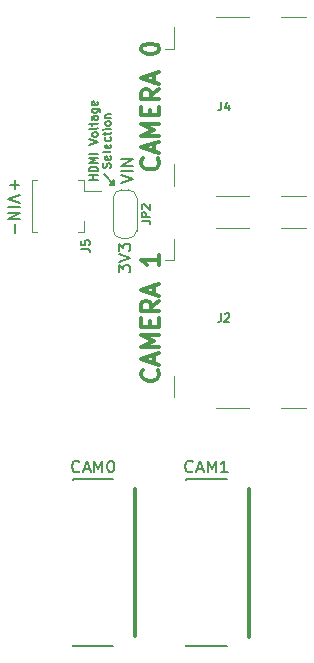
<source format=gbr>
G04 #@! TF.GenerationSoftware,KiCad,Pcbnew,8.0.4*
G04 #@! TF.CreationDate,2025-01-13T22:16:17-08:00*
G04 #@! TF.ProjectId,CSI_HDMI_Passthrough_receiver_noRetimer,4353495f-4844-44d4-995f-506173737468,rev?*
G04 #@! TF.SameCoordinates,Original*
G04 #@! TF.FileFunction,Legend,Top*
G04 #@! TF.FilePolarity,Positive*
%FSLAX46Y46*%
G04 Gerber Fmt 4.6, Leading zero omitted, Abs format (unit mm)*
G04 Created by KiCad (PCBNEW 8.0.4) date 2025-01-13 22:16:17*
%MOMM*%
%LPD*%
G01*
G04 APERTURE LIST*
%ADD10C,0.200000*%
%ADD11C,0.150000*%
%ADD12C,0.300000*%
%ADD13C,0.120000*%
G04 APERTURE END LIST*
D10*
X162133333Y-115371980D02*
X162085714Y-115419600D01*
X162085714Y-115419600D02*
X161942857Y-115467219D01*
X161942857Y-115467219D02*
X161847619Y-115467219D01*
X161847619Y-115467219D02*
X161704762Y-115419600D01*
X161704762Y-115419600D02*
X161609524Y-115324361D01*
X161609524Y-115324361D02*
X161561905Y-115229123D01*
X161561905Y-115229123D02*
X161514286Y-115038647D01*
X161514286Y-115038647D02*
X161514286Y-114895790D01*
X161514286Y-114895790D02*
X161561905Y-114705314D01*
X161561905Y-114705314D02*
X161609524Y-114610076D01*
X161609524Y-114610076D02*
X161704762Y-114514838D01*
X161704762Y-114514838D02*
X161847619Y-114467219D01*
X161847619Y-114467219D02*
X161942857Y-114467219D01*
X161942857Y-114467219D02*
X162085714Y-114514838D01*
X162085714Y-114514838D02*
X162133333Y-114562457D01*
X162514286Y-115181504D02*
X162990476Y-115181504D01*
X162419048Y-115467219D02*
X162752381Y-114467219D01*
X162752381Y-114467219D02*
X163085714Y-115467219D01*
X163419048Y-115467219D02*
X163419048Y-114467219D01*
X163419048Y-114467219D02*
X163752381Y-115181504D01*
X163752381Y-115181504D02*
X164085714Y-114467219D01*
X164085714Y-114467219D02*
X164085714Y-115467219D01*
X165085714Y-115467219D02*
X164514286Y-115467219D01*
X164800000Y-115467219D02*
X164800000Y-114467219D01*
X164800000Y-114467219D02*
X164704762Y-114610076D01*
X164704762Y-114610076D02*
X164609524Y-114705314D01*
X164609524Y-114705314D02*
X164514286Y-114752933D01*
X152533333Y-115371980D02*
X152485714Y-115419600D01*
X152485714Y-115419600D02*
X152342857Y-115467219D01*
X152342857Y-115467219D02*
X152247619Y-115467219D01*
X152247619Y-115467219D02*
X152104762Y-115419600D01*
X152104762Y-115419600D02*
X152009524Y-115324361D01*
X152009524Y-115324361D02*
X151961905Y-115229123D01*
X151961905Y-115229123D02*
X151914286Y-115038647D01*
X151914286Y-115038647D02*
X151914286Y-114895790D01*
X151914286Y-114895790D02*
X151961905Y-114705314D01*
X151961905Y-114705314D02*
X152009524Y-114610076D01*
X152009524Y-114610076D02*
X152104762Y-114514838D01*
X152104762Y-114514838D02*
X152247619Y-114467219D01*
X152247619Y-114467219D02*
X152342857Y-114467219D01*
X152342857Y-114467219D02*
X152485714Y-114514838D01*
X152485714Y-114514838D02*
X152533333Y-114562457D01*
X152914286Y-115181504D02*
X153390476Y-115181504D01*
X152819048Y-115467219D02*
X153152381Y-114467219D01*
X153152381Y-114467219D02*
X153485714Y-115467219D01*
X153819048Y-115467219D02*
X153819048Y-114467219D01*
X153819048Y-114467219D02*
X154152381Y-115181504D01*
X154152381Y-115181504D02*
X154485714Y-114467219D01*
X154485714Y-114467219D02*
X154485714Y-115467219D01*
X155152381Y-114467219D02*
X155247619Y-114467219D01*
X155247619Y-114467219D02*
X155342857Y-114514838D01*
X155342857Y-114514838D02*
X155390476Y-114562457D01*
X155390476Y-114562457D02*
X155438095Y-114657695D01*
X155438095Y-114657695D02*
X155485714Y-114848171D01*
X155485714Y-114848171D02*
X155485714Y-115086266D01*
X155485714Y-115086266D02*
X155438095Y-115276742D01*
X155438095Y-115276742D02*
X155390476Y-115371980D01*
X155390476Y-115371980D02*
X155342857Y-115419600D01*
X155342857Y-115419600D02*
X155247619Y-115467219D01*
X155247619Y-115467219D02*
X155152381Y-115467219D01*
X155152381Y-115467219D02*
X155057143Y-115419600D01*
X155057143Y-115419600D02*
X155009524Y-115371980D01*
X155009524Y-115371980D02*
X154961905Y-115276742D01*
X154961905Y-115276742D02*
X154914286Y-115086266D01*
X154914286Y-115086266D02*
X154914286Y-114848171D01*
X154914286Y-114848171D02*
X154961905Y-114657695D01*
X154961905Y-114657695D02*
X155009524Y-114562457D01*
X155009524Y-114562457D02*
X155057143Y-114514838D01*
X155057143Y-114514838D02*
X155152381Y-114467219D01*
D11*
X147530180Y-92004762D02*
X146530180Y-92338095D01*
X146530180Y-92338095D02*
X147530180Y-92671428D01*
X146530180Y-93004762D02*
X147530180Y-93004762D01*
X146530180Y-93480952D02*
X147530180Y-93480952D01*
X147530180Y-93480952D02*
X146530180Y-94052380D01*
X146530180Y-94052380D02*
X147530180Y-94052380D01*
X155125000Y-91100000D02*
X155475000Y-91100000D01*
X155475000Y-90750000D02*
X155125000Y-91100000D01*
X155475000Y-91100000D02*
X155475000Y-90750000D01*
X154650000Y-90250000D02*
X155475000Y-91100000D01*
D12*
X157250000Y-116850000D02*
X157250000Y-129350000D01*
X166900000Y-116850000D02*
X166900000Y-129400000D01*
D11*
X147088866Y-95213220D02*
X147088866Y-94451316D01*
X147088866Y-91513220D02*
X147088866Y-90751316D01*
X147469819Y-91132268D02*
X146707914Y-91132268D01*
D12*
X159157971Y-88892856D02*
X159229400Y-88964284D01*
X159229400Y-88964284D02*
X159300828Y-89178570D01*
X159300828Y-89178570D02*
X159300828Y-89321427D01*
X159300828Y-89321427D02*
X159229400Y-89535713D01*
X159229400Y-89535713D02*
X159086542Y-89678570D01*
X159086542Y-89678570D02*
X158943685Y-89749999D01*
X158943685Y-89749999D02*
X158657971Y-89821427D01*
X158657971Y-89821427D02*
X158443685Y-89821427D01*
X158443685Y-89821427D02*
X158157971Y-89749999D01*
X158157971Y-89749999D02*
X158015114Y-89678570D01*
X158015114Y-89678570D02*
X157872257Y-89535713D01*
X157872257Y-89535713D02*
X157800828Y-89321427D01*
X157800828Y-89321427D02*
X157800828Y-89178570D01*
X157800828Y-89178570D02*
X157872257Y-88964284D01*
X157872257Y-88964284D02*
X157943685Y-88892856D01*
X158872257Y-88321427D02*
X158872257Y-87607142D01*
X159300828Y-88464284D02*
X157800828Y-87964284D01*
X157800828Y-87964284D02*
X159300828Y-87464284D01*
X159300828Y-86964285D02*
X157800828Y-86964285D01*
X157800828Y-86964285D02*
X158872257Y-86464285D01*
X158872257Y-86464285D02*
X157800828Y-85964285D01*
X157800828Y-85964285D02*
X159300828Y-85964285D01*
X158515114Y-85249999D02*
X158515114Y-84749999D01*
X159300828Y-84535713D02*
X159300828Y-85249999D01*
X159300828Y-85249999D02*
X157800828Y-85249999D01*
X157800828Y-85249999D02*
X157800828Y-84535713D01*
X159300828Y-83035713D02*
X158586542Y-83535713D01*
X159300828Y-83892856D02*
X157800828Y-83892856D01*
X157800828Y-83892856D02*
X157800828Y-83321427D01*
X157800828Y-83321427D02*
X157872257Y-83178570D01*
X157872257Y-83178570D02*
X157943685Y-83107141D01*
X157943685Y-83107141D02*
X158086542Y-83035713D01*
X158086542Y-83035713D02*
X158300828Y-83035713D01*
X158300828Y-83035713D02*
X158443685Y-83107141D01*
X158443685Y-83107141D02*
X158515114Y-83178570D01*
X158515114Y-83178570D02*
X158586542Y-83321427D01*
X158586542Y-83321427D02*
X158586542Y-83892856D01*
X158872257Y-82464284D02*
X158872257Y-81749999D01*
X159300828Y-82607141D02*
X157800828Y-82107141D01*
X157800828Y-82107141D02*
X159300828Y-81607141D01*
X157800828Y-79678570D02*
X157800828Y-79535713D01*
X157800828Y-79535713D02*
X157872257Y-79392856D01*
X157872257Y-79392856D02*
X157943685Y-79321428D01*
X157943685Y-79321428D02*
X158086542Y-79249999D01*
X158086542Y-79249999D02*
X158372257Y-79178570D01*
X158372257Y-79178570D02*
X158729400Y-79178570D01*
X158729400Y-79178570D02*
X159015114Y-79249999D01*
X159015114Y-79249999D02*
X159157971Y-79321428D01*
X159157971Y-79321428D02*
X159229400Y-79392856D01*
X159229400Y-79392856D02*
X159300828Y-79535713D01*
X159300828Y-79535713D02*
X159300828Y-79678570D01*
X159300828Y-79678570D02*
X159229400Y-79821428D01*
X159229400Y-79821428D02*
X159157971Y-79892856D01*
X159157971Y-79892856D02*
X159015114Y-79964285D01*
X159015114Y-79964285D02*
X158729400Y-80035713D01*
X158729400Y-80035713D02*
X158372257Y-80035713D01*
X158372257Y-80035713D02*
X158086542Y-79964285D01*
X158086542Y-79964285D02*
X157943685Y-79892856D01*
X157943685Y-79892856D02*
X157872257Y-79821428D01*
X157872257Y-79821428D02*
X157800828Y-79678570D01*
X159157971Y-106792856D02*
X159229400Y-106864284D01*
X159229400Y-106864284D02*
X159300828Y-107078570D01*
X159300828Y-107078570D02*
X159300828Y-107221427D01*
X159300828Y-107221427D02*
X159229400Y-107435713D01*
X159229400Y-107435713D02*
X159086542Y-107578570D01*
X159086542Y-107578570D02*
X158943685Y-107649999D01*
X158943685Y-107649999D02*
X158657971Y-107721427D01*
X158657971Y-107721427D02*
X158443685Y-107721427D01*
X158443685Y-107721427D02*
X158157971Y-107649999D01*
X158157971Y-107649999D02*
X158015114Y-107578570D01*
X158015114Y-107578570D02*
X157872257Y-107435713D01*
X157872257Y-107435713D02*
X157800828Y-107221427D01*
X157800828Y-107221427D02*
X157800828Y-107078570D01*
X157800828Y-107078570D02*
X157872257Y-106864284D01*
X157872257Y-106864284D02*
X157943685Y-106792856D01*
X158872257Y-106221427D02*
X158872257Y-105507142D01*
X159300828Y-106364284D02*
X157800828Y-105864284D01*
X157800828Y-105864284D02*
X159300828Y-105364284D01*
X159300828Y-104864285D02*
X157800828Y-104864285D01*
X157800828Y-104864285D02*
X158872257Y-104364285D01*
X158872257Y-104364285D02*
X157800828Y-103864285D01*
X157800828Y-103864285D02*
X159300828Y-103864285D01*
X158515114Y-103149999D02*
X158515114Y-102649999D01*
X159300828Y-102435713D02*
X159300828Y-103149999D01*
X159300828Y-103149999D02*
X157800828Y-103149999D01*
X157800828Y-103149999D02*
X157800828Y-102435713D01*
X159300828Y-100935713D02*
X158586542Y-101435713D01*
X159300828Y-101792856D02*
X157800828Y-101792856D01*
X157800828Y-101792856D02*
X157800828Y-101221427D01*
X157800828Y-101221427D02*
X157872257Y-101078570D01*
X157872257Y-101078570D02*
X157943685Y-101007141D01*
X157943685Y-101007141D02*
X158086542Y-100935713D01*
X158086542Y-100935713D02*
X158300828Y-100935713D01*
X158300828Y-100935713D02*
X158443685Y-101007141D01*
X158443685Y-101007141D02*
X158515114Y-101078570D01*
X158515114Y-101078570D02*
X158586542Y-101221427D01*
X158586542Y-101221427D02*
X158586542Y-101792856D01*
X158872257Y-100364284D02*
X158872257Y-99649999D01*
X159300828Y-100507141D02*
X157800828Y-100007141D01*
X157800828Y-100007141D02*
X159300828Y-99507141D01*
X159300828Y-97078570D02*
X159300828Y-97935713D01*
X159300828Y-97507142D02*
X157800828Y-97507142D01*
X157800828Y-97507142D02*
X158015114Y-97649999D01*
X158015114Y-97649999D02*
X158157971Y-97792856D01*
X158157971Y-97792856D02*
X158229400Y-97935713D01*
D11*
X156069819Y-90995237D02*
X157069819Y-90661904D01*
X157069819Y-90661904D02*
X156069819Y-90328571D01*
X157069819Y-89995237D02*
X156069819Y-89995237D01*
X157069819Y-89519047D02*
X156069819Y-89519047D01*
X156069819Y-89519047D02*
X157069819Y-88947619D01*
X157069819Y-88947619D02*
X156069819Y-88947619D01*
X155869819Y-98538094D02*
X155869819Y-97919047D01*
X155869819Y-97919047D02*
X156250771Y-98252380D01*
X156250771Y-98252380D02*
X156250771Y-98109523D01*
X156250771Y-98109523D02*
X156298390Y-98014285D01*
X156298390Y-98014285D02*
X156346009Y-97966666D01*
X156346009Y-97966666D02*
X156441247Y-97919047D01*
X156441247Y-97919047D02*
X156679342Y-97919047D01*
X156679342Y-97919047D02*
X156774580Y-97966666D01*
X156774580Y-97966666D02*
X156822200Y-98014285D01*
X156822200Y-98014285D02*
X156869819Y-98109523D01*
X156869819Y-98109523D02*
X156869819Y-98395237D01*
X156869819Y-98395237D02*
X156822200Y-98490475D01*
X156822200Y-98490475D02*
X156774580Y-98538094D01*
X155869819Y-97633332D02*
X156869819Y-97299999D01*
X156869819Y-97299999D02*
X155869819Y-96966666D01*
X155869819Y-96728570D02*
X155869819Y-96109523D01*
X155869819Y-96109523D02*
X156250771Y-96442856D01*
X156250771Y-96442856D02*
X156250771Y-96299999D01*
X156250771Y-96299999D02*
X156298390Y-96204761D01*
X156298390Y-96204761D02*
X156346009Y-96157142D01*
X156346009Y-96157142D02*
X156441247Y-96109523D01*
X156441247Y-96109523D02*
X156679342Y-96109523D01*
X156679342Y-96109523D02*
X156774580Y-96157142D01*
X156774580Y-96157142D02*
X156822200Y-96204761D01*
X156822200Y-96204761D02*
X156869819Y-96299999D01*
X156869819Y-96299999D02*
X156869819Y-96585713D01*
X156869819Y-96585713D02*
X156822200Y-96680951D01*
X156822200Y-96680951D02*
X156774580Y-96728570D01*
X154079572Y-90716665D02*
X153379572Y-90716665D01*
X153712905Y-90716665D02*
X153712905Y-90316665D01*
X154079572Y-90316665D02*
X153379572Y-90316665D01*
X154079572Y-89983332D02*
X153379572Y-89983332D01*
X153379572Y-89983332D02*
X153379572Y-89816665D01*
X153379572Y-89816665D02*
X153412905Y-89716665D01*
X153412905Y-89716665D02*
X153479572Y-89649999D01*
X153479572Y-89649999D02*
X153546239Y-89616665D01*
X153546239Y-89616665D02*
X153679572Y-89583332D01*
X153679572Y-89583332D02*
X153779572Y-89583332D01*
X153779572Y-89583332D02*
X153912905Y-89616665D01*
X153912905Y-89616665D02*
X153979572Y-89649999D01*
X153979572Y-89649999D02*
X154046239Y-89716665D01*
X154046239Y-89716665D02*
X154079572Y-89816665D01*
X154079572Y-89816665D02*
X154079572Y-89983332D01*
X154079572Y-89283332D02*
X153379572Y-89283332D01*
X153379572Y-89283332D02*
X153879572Y-89049999D01*
X153879572Y-89049999D02*
X153379572Y-88816665D01*
X153379572Y-88816665D02*
X154079572Y-88816665D01*
X154079572Y-88483332D02*
X153379572Y-88483332D01*
X153379572Y-87716666D02*
X154079572Y-87483333D01*
X154079572Y-87483333D02*
X153379572Y-87249999D01*
X154079572Y-86916666D02*
X154046239Y-86983333D01*
X154046239Y-86983333D02*
X154012905Y-87016666D01*
X154012905Y-87016666D02*
X153946239Y-87049999D01*
X153946239Y-87049999D02*
X153746239Y-87049999D01*
X153746239Y-87049999D02*
X153679572Y-87016666D01*
X153679572Y-87016666D02*
X153646239Y-86983333D01*
X153646239Y-86983333D02*
X153612905Y-86916666D01*
X153612905Y-86916666D02*
X153612905Y-86816666D01*
X153612905Y-86816666D02*
X153646239Y-86749999D01*
X153646239Y-86749999D02*
X153679572Y-86716666D01*
X153679572Y-86716666D02*
X153746239Y-86683333D01*
X153746239Y-86683333D02*
X153946239Y-86683333D01*
X153946239Y-86683333D02*
X154012905Y-86716666D01*
X154012905Y-86716666D02*
X154046239Y-86749999D01*
X154046239Y-86749999D02*
X154079572Y-86816666D01*
X154079572Y-86816666D02*
X154079572Y-86916666D01*
X154079572Y-86283333D02*
X154046239Y-86350000D01*
X154046239Y-86350000D02*
X153979572Y-86383333D01*
X153979572Y-86383333D02*
X153379572Y-86383333D01*
X153612905Y-86116666D02*
X153612905Y-85849999D01*
X153379572Y-86016666D02*
X153979572Y-86016666D01*
X153979572Y-86016666D02*
X154046239Y-85983333D01*
X154046239Y-85983333D02*
X154079572Y-85916666D01*
X154079572Y-85916666D02*
X154079572Y-85849999D01*
X154079572Y-85316666D02*
X153712905Y-85316666D01*
X153712905Y-85316666D02*
X153646239Y-85349999D01*
X153646239Y-85349999D02*
X153612905Y-85416666D01*
X153612905Y-85416666D02*
X153612905Y-85549999D01*
X153612905Y-85549999D02*
X153646239Y-85616666D01*
X154046239Y-85316666D02*
X154079572Y-85383333D01*
X154079572Y-85383333D02*
X154079572Y-85549999D01*
X154079572Y-85549999D02*
X154046239Y-85616666D01*
X154046239Y-85616666D02*
X153979572Y-85649999D01*
X153979572Y-85649999D02*
X153912905Y-85649999D01*
X153912905Y-85649999D02*
X153846239Y-85616666D01*
X153846239Y-85616666D02*
X153812905Y-85549999D01*
X153812905Y-85549999D02*
X153812905Y-85383333D01*
X153812905Y-85383333D02*
X153779572Y-85316666D01*
X153612905Y-84683333D02*
X154179572Y-84683333D01*
X154179572Y-84683333D02*
X154246239Y-84716666D01*
X154246239Y-84716666D02*
X154279572Y-84750000D01*
X154279572Y-84750000D02*
X154312905Y-84816666D01*
X154312905Y-84816666D02*
X154312905Y-84916666D01*
X154312905Y-84916666D02*
X154279572Y-84983333D01*
X154046239Y-84683333D02*
X154079572Y-84750000D01*
X154079572Y-84750000D02*
X154079572Y-84883333D01*
X154079572Y-84883333D02*
X154046239Y-84950000D01*
X154046239Y-84950000D02*
X154012905Y-84983333D01*
X154012905Y-84983333D02*
X153946239Y-85016666D01*
X153946239Y-85016666D02*
X153746239Y-85016666D01*
X153746239Y-85016666D02*
X153679572Y-84983333D01*
X153679572Y-84983333D02*
X153646239Y-84950000D01*
X153646239Y-84950000D02*
X153612905Y-84883333D01*
X153612905Y-84883333D02*
X153612905Y-84750000D01*
X153612905Y-84750000D02*
X153646239Y-84683333D01*
X154046239Y-84083333D02*
X154079572Y-84150000D01*
X154079572Y-84150000D02*
X154079572Y-84283333D01*
X154079572Y-84283333D02*
X154046239Y-84350000D01*
X154046239Y-84350000D02*
X153979572Y-84383333D01*
X153979572Y-84383333D02*
X153712905Y-84383333D01*
X153712905Y-84383333D02*
X153646239Y-84350000D01*
X153646239Y-84350000D02*
X153612905Y-84283333D01*
X153612905Y-84283333D02*
X153612905Y-84150000D01*
X153612905Y-84150000D02*
X153646239Y-84083333D01*
X153646239Y-84083333D02*
X153712905Y-84050000D01*
X153712905Y-84050000D02*
X153779572Y-84050000D01*
X153779572Y-84050000D02*
X153846239Y-84383333D01*
X155173200Y-89683332D02*
X155206533Y-89583332D01*
X155206533Y-89583332D02*
X155206533Y-89416666D01*
X155206533Y-89416666D02*
X155173200Y-89349999D01*
X155173200Y-89349999D02*
X155139866Y-89316666D01*
X155139866Y-89316666D02*
X155073200Y-89283332D01*
X155073200Y-89283332D02*
X155006533Y-89283332D01*
X155006533Y-89283332D02*
X154939866Y-89316666D01*
X154939866Y-89316666D02*
X154906533Y-89349999D01*
X154906533Y-89349999D02*
X154873200Y-89416666D01*
X154873200Y-89416666D02*
X154839866Y-89549999D01*
X154839866Y-89549999D02*
X154806533Y-89616666D01*
X154806533Y-89616666D02*
X154773200Y-89649999D01*
X154773200Y-89649999D02*
X154706533Y-89683332D01*
X154706533Y-89683332D02*
X154639866Y-89683332D01*
X154639866Y-89683332D02*
X154573200Y-89649999D01*
X154573200Y-89649999D02*
X154539866Y-89616666D01*
X154539866Y-89616666D02*
X154506533Y-89549999D01*
X154506533Y-89549999D02*
X154506533Y-89383332D01*
X154506533Y-89383332D02*
X154539866Y-89283332D01*
X155173200Y-88716665D02*
X155206533Y-88783332D01*
X155206533Y-88783332D02*
X155206533Y-88916665D01*
X155206533Y-88916665D02*
X155173200Y-88983332D01*
X155173200Y-88983332D02*
X155106533Y-89016665D01*
X155106533Y-89016665D02*
X154839866Y-89016665D01*
X154839866Y-89016665D02*
X154773200Y-88983332D01*
X154773200Y-88983332D02*
X154739866Y-88916665D01*
X154739866Y-88916665D02*
X154739866Y-88783332D01*
X154739866Y-88783332D02*
X154773200Y-88716665D01*
X154773200Y-88716665D02*
X154839866Y-88683332D01*
X154839866Y-88683332D02*
X154906533Y-88683332D01*
X154906533Y-88683332D02*
X154973200Y-89016665D01*
X155206533Y-88283332D02*
X155173200Y-88349999D01*
X155173200Y-88349999D02*
X155106533Y-88383332D01*
X155106533Y-88383332D02*
X154506533Y-88383332D01*
X155173200Y-87749998D02*
X155206533Y-87816665D01*
X155206533Y-87816665D02*
X155206533Y-87949998D01*
X155206533Y-87949998D02*
X155173200Y-88016665D01*
X155173200Y-88016665D02*
X155106533Y-88049998D01*
X155106533Y-88049998D02*
X154839866Y-88049998D01*
X154839866Y-88049998D02*
X154773200Y-88016665D01*
X154773200Y-88016665D02*
X154739866Y-87949998D01*
X154739866Y-87949998D02*
X154739866Y-87816665D01*
X154739866Y-87816665D02*
X154773200Y-87749998D01*
X154773200Y-87749998D02*
X154839866Y-87716665D01*
X154839866Y-87716665D02*
X154906533Y-87716665D01*
X154906533Y-87716665D02*
X154973200Y-88049998D01*
X155173200Y-87116665D02*
X155206533Y-87183332D01*
X155206533Y-87183332D02*
X155206533Y-87316665D01*
X155206533Y-87316665D02*
X155173200Y-87383332D01*
X155173200Y-87383332D02*
X155139866Y-87416665D01*
X155139866Y-87416665D02*
X155073200Y-87449998D01*
X155073200Y-87449998D02*
X154873200Y-87449998D01*
X154873200Y-87449998D02*
X154806533Y-87416665D01*
X154806533Y-87416665D02*
X154773200Y-87383332D01*
X154773200Y-87383332D02*
X154739866Y-87316665D01*
X154739866Y-87316665D02*
X154739866Y-87183332D01*
X154739866Y-87183332D02*
X154773200Y-87116665D01*
X154739866Y-86916665D02*
X154739866Y-86649998D01*
X154506533Y-86816665D02*
X155106533Y-86816665D01*
X155106533Y-86816665D02*
X155173200Y-86783332D01*
X155173200Y-86783332D02*
X155206533Y-86716665D01*
X155206533Y-86716665D02*
X155206533Y-86649998D01*
X155206533Y-86416665D02*
X154739866Y-86416665D01*
X154506533Y-86416665D02*
X154539866Y-86449998D01*
X154539866Y-86449998D02*
X154573200Y-86416665D01*
X154573200Y-86416665D02*
X154539866Y-86383332D01*
X154539866Y-86383332D02*
X154506533Y-86416665D01*
X154506533Y-86416665D02*
X154573200Y-86416665D01*
X155206533Y-85983332D02*
X155173200Y-86049999D01*
X155173200Y-86049999D02*
X155139866Y-86083332D01*
X155139866Y-86083332D02*
X155073200Y-86116665D01*
X155073200Y-86116665D02*
X154873200Y-86116665D01*
X154873200Y-86116665D02*
X154806533Y-86083332D01*
X154806533Y-86083332D02*
X154773200Y-86049999D01*
X154773200Y-86049999D02*
X154739866Y-85983332D01*
X154739866Y-85983332D02*
X154739866Y-85883332D01*
X154739866Y-85883332D02*
X154773200Y-85816665D01*
X154773200Y-85816665D02*
X154806533Y-85783332D01*
X154806533Y-85783332D02*
X154873200Y-85749999D01*
X154873200Y-85749999D02*
X155073200Y-85749999D01*
X155073200Y-85749999D02*
X155139866Y-85783332D01*
X155139866Y-85783332D02*
X155173200Y-85816665D01*
X155173200Y-85816665D02*
X155206533Y-85883332D01*
X155206533Y-85883332D02*
X155206533Y-85983332D01*
X154739866Y-85449999D02*
X155206533Y-85449999D01*
X154806533Y-85449999D02*
X154773200Y-85416666D01*
X154773200Y-85416666D02*
X154739866Y-85349999D01*
X154739866Y-85349999D02*
X154739866Y-85249999D01*
X154739866Y-85249999D02*
X154773200Y-85183332D01*
X154773200Y-85183332D02*
X154839866Y-85149999D01*
X154839866Y-85149999D02*
X155206533Y-85149999D01*
X164566666Y-84116033D02*
X164566666Y-84616033D01*
X164566666Y-84616033D02*
X164533333Y-84716033D01*
X164533333Y-84716033D02*
X164466666Y-84782700D01*
X164466666Y-84782700D02*
X164366666Y-84816033D01*
X164366666Y-84816033D02*
X164300000Y-84816033D01*
X165199999Y-84349366D02*
X165199999Y-84816033D01*
X165033333Y-84082700D02*
X164866666Y-84582700D01*
X164866666Y-84582700D02*
X165299999Y-84582700D01*
X164551666Y-102016033D02*
X164551666Y-102516033D01*
X164551666Y-102516033D02*
X164518333Y-102616033D01*
X164518333Y-102616033D02*
X164451666Y-102682700D01*
X164451666Y-102682700D02*
X164351666Y-102716033D01*
X164351666Y-102716033D02*
X164285000Y-102716033D01*
X164851666Y-102082700D02*
X164884999Y-102049366D01*
X164884999Y-102049366D02*
X164951666Y-102016033D01*
X164951666Y-102016033D02*
X165118333Y-102016033D01*
X165118333Y-102016033D02*
X165184999Y-102049366D01*
X165184999Y-102049366D02*
X165218333Y-102082700D01*
X165218333Y-102082700D02*
X165251666Y-102149366D01*
X165251666Y-102149366D02*
X165251666Y-102216033D01*
X165251666Y-102216033D02*
X165218333Y-102316033D01*
X165218333Y-102316033D02*
X164818333Y-102716033D01*
X164818333Y-102716033D02*
X165251666Y-102716033D01*
X157816033Y-94183333D02*
X158316033Y-94183333D01*
X158316033Y-94183333D02*
X158416033Y-94216666D01*
X158416033Y-94216666D02*
X158482700Y-94283333D01*
X158482700Y-94283333D02*
X158516033Y-94383333D01*
X158516033Y-94383333D02*
X158516033Y-94450000D01*
X158516033Y-93850000D02*
X157816033Y-93850000D01*
X157816033Y-93850000D02*
X157816033Y-93583333D01*
X157816033Y-93583333D02*
X157849366Y-93516667D01*
X157849366Y-93516667D02*
X157882700Y-93483333D01*
X157882700Y-93483333D02*
X157949366Y-93450000D01*
X157949366Y-93450000D02*
X158049366Y-93450000D01*
X158049366Y-93450000D02*
X158116033Y-93483333D01*
X158116033Y-93483333D02*
X158149366Y-93516667D01*
X158149366Y-93516667D02*
X158182700Y-93583333D01*
X158182700Y-93583333D02*
X158182700Y-93850000D01*
X157882700Y-93183333D02*
X157849366Y-93150000D01*
X157849366Y-93150000D02*
X157816033Y-93083333D01*
X157816033Y-93083333D02*
X157816033Y-92916667D01*
X157816033Y-92916667D02*
X157849366Y-92850000D01*
X157849366Y-92850000D02*
X157882700Y-92816667D01*
X157882700Y-92816667D02*
X157949366Y-92783333D01*
X157949366Y-92783333D02*
X158016033Y-92783333D01*
X158016033Y-92783333D02*
X158116033Y-92816667D01*
X158116033Y-92816667D02*
X158516033Y-93216667D01*
X158516033Y-93216667D02*
X158516033Y-92783333D01*
X152716033Y-96533333D02*
X153216033Y-96533333D01*
X153216033Y-96533333D02*
X153316033Y-96566666D01*
X153316033Y-96566666D02*
X153382700Y-96633333D01*
X153382700Y-96633333D02*
X153416033Y-96733333D01*
X153416033Y-96733333D02*
X153416033Y-96800000D01*
X152716033Y-95866667D02*
X152716033Y-96200000D01*
X152716033Y-96200000D02*
X153049366Y-96233333D01*
X153049366Y-96233333D02*
X153016033Y-96200000D01*
X153016033Y-96200000D02*
X152982700Y-96133333D01*
X152982700Y-96133333D02*
X152982700Y-95966667D01*
X152982700Y-95966667D02*
X153016033Y-95900000D01*
X153016033Y-95900000D02*
X153049366Y-95866667D01*
X153049366Y-95866667D02*
X153116033Y-95833333D01*
X153116033Y-95833333D02*
X153282700Y-95833333D01*
X153282700Y-95833333D02*
X153349366Y-95866667D01*
X153349366Y-95866667D02*
X153382700Y-95900000D01*
X153382700Y-95900000D02*
X153416033Y-95966667D01*
X153416033Y-95966667D02*
X153416033Y-96133333D01*
X153416033Y-96133333D02*
X153382700Y-96200000D01*
X153382700Y-96200000D02*
X153349366Y-96233333D01*
D13*
G04 #@! TO.C,J4*
X159815000Y-79600000D02*
X160565000Y-79600000D01*
X160565000Y-79600000D02*
X160565000Y-77800000D01*
X160565000Y-91200000D02*
X160565000Y-89400000D01*
X164115000Y-76890000D02*
X166915000Y-76890000D01*
X164115000Y-92110000D02*
X166915000Y-92110000D01*
X169615000Y-76890000D02*
X171715000Y-76890000D01*
X169615000Y-92110000D02*
X171715000Y-92110000D01*
D11*
G04 #@! TO.C,J1*
X152000000Y-116000000D02*
X152000000Y-116100000D01*
X152000000Y-130200000D02*
X152000000Y-130100000D01*
X155400000Y-116000000D02*
X152000000Y-116000000D01*
X155400000Y-130200000D02*
X152000000Y-130200000D01*
D13*
G04 #@! TO.C,J2*
X159800000Y-97500000D02*
X160550000Y-97500000D01*
X160550000Y-97500000D02*
X160550000Y-95700000D01*
X160550000Y-109100000D02*
X160550000Y-107300000D01*
X164100000Y-94790000D02*
X166900000Y-94790000D01*
X164100000Y-110010000D02*
X166900000Y-110010000D01*
X169600000Y-94790000D02*
X171700000Y-94790000D01*
X169600000Y-110010000D02*
X171700000Y-110010000D01*
D11*
G04 #@! TO.C,J3*
X161600000Y-116000000D02*
X161600000Y-116100000D01*
X161600000Y-130200000D02*
X161600000Y-130100000D01*
X165000000Y-116000000D02*
X161600000Y-116000000D01*
X165000000Y-130200000D02*
X161600000Y-130200000D01*
D13*
G04 #@! TO.C,JP2*
X155400000Y-95000000D02*
X155400000Y-92200000D01*
X156100000Y-91550000D02*
X156700000Y-91550000D01*
X156700000Y-95650000D02*
X156100000Y-95650000D01*
X157400000Y-92200000D02*
X157400000Y-95000000D01*
X155400000Y-92250000D02*
G75*
G02*
X156100000Y-91550000I700000J0D01*
G01*
X156100000Y-95650000D02*
G75*
G02*
X155400000Y-94950000I-1J699999D01*
G01*
X156700000Y-91550000D02*
G75*
G02*
X157400000Y-92250000I0J-700000D01*
G01*
X157400000Y-94950000D02*
G75*
G02*
X156700000Y-95650000I-699999J-1D01*
G01*
G04 #@! TO.C,J5*
X152910000Y-91640000D02*
X154400000Y-91640000D01*
X152460000Y-90690000D02*
X152910000Y-90690000D01*
X152910000Y-90690000D02*
X152910000Y-91640000D01*
X152910000Y-95160000D02*
X152910000Y-94210000D01*
X152460000Y-95160000D02*
X152910000Y-95160000D01*
X148490000Y-95160000D02*
X148940000Y-95160000D01*
X148940000Y-90690000D02*
X148490000Y-90690000D01*
X148490000Y-90690000D02*
X148490000Y-95160000D01*
G04 #@! TD*
M02*

</source>
